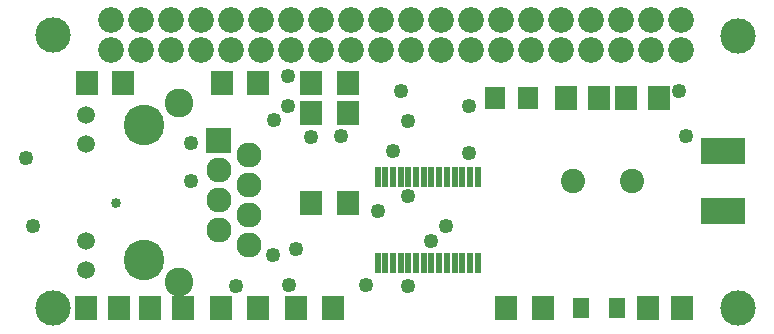
<source format=gts>
G04 MADE WITH FRITZING*
G04 WWW.FRITZING.ORG*
G04 DOUBLE SIDED*
G04 HOLES PLATED*
G04 CONTOUR ON CENTER OF CONTOUR VECTOR*
%ASAXBY*%
%FSLAX23Y23*%
%MOIN*%
%OFA0B0*%
%SFA1.0B1.0*%
%ADD10C,0.085361*%
%ADD11C,0.049370*%
%ADD12C,0.080925*%
%ADD13C,0.080866*%
%ADD14C,0.033622*%
%ADD15C,0.083768*%
%ADD16C,0.059844*%
%ADD17C,0.095731*%
%ADD18C,0.135590*%
%ADD19C,0.118268*%
%ADD20R,0.072992X0.084803*%
%ADD21R,0.072992X0.080866*%
%ADD22R,0.065118X0.072992*%
%ADD23R,0.150000X0.090000*%
%ADD24R,0.057244X0.065118*%
%ADD25R,0.023701X0.065000*%
%ADD26R,0.001000X0.001000*%
%LNMASK1*%
G90*
G70*
G54D10*
X334Y1030D03*
X434Y1030D03*
X534Y1030D03*
X634Y1030D03*
X734Y1030D03*
X834Y1030D03*
X934Y1030D03*
X1034Y1030D03*
X1134Y1030D03*
X1234Y1030D03*
X1334Y1030D03*
X1434Y1030D03*
X1534Y1030D03*
X1634Y1030D03*
X1734Y1030D03*
X1834Y1030D03*
X1934Y1030D03*
X2034Y1030D03*
X2134Y1030D03*
X2234Y1030D03*
X2234Y1130D03*
X2134Y1130D03*
X2034Y1130D03*
X1934Y1130D03*
X1834Y1130D03*
X1734Y1130D03*
X1634Y1130D03*
X1534Y1130D03*
X1434Y1130D03*
X1334Y1130D03*
X1234Y1130D03*
X1134Y1130D03*
X1034Y1130D03*
X934Y1130D03*
X834Y1130D03*
X734Y1130D03*
X634Y1130D03*
X534Y1130D03*
X434Y1130D03*
X334Y1130D03*
G54D11*
X753Y245D03*
X952Y369D03*
X51Y670D03*
X76Y445D03*
X1529Y688D03*
X1326Y545D03*
X1101Y745D03*
X2251Y745D03*
X1452Y445D03*
X1226Y495D03*
X1186Y247D03*
X876Y346D03*
X926Y845D03*
X877Y796D03*
X1001Y742D03*
X1326Y245D03*
X1401Y395D03*
G54D12*
X2070Y595D03*
G54D13*
X1876Y595D03*
G54D11*
X1527Y844D03*
X1326Y795D03*
X1301Y895D03*
X2227Y895D03*
G54D14*
X351Y520D03*
G54D11*
X601Y595D03*
X601Y720D03*
X1276Y695D03*
X926Y945D03*
X927Y246D03*
G54D15*
X694Y730D03*
X794Y680D03*
X694Y630D03*
X794Y580D03*
X694Y530D03*
X794Y481D03*
X694Y431D03*
X794Y381D03*
G54D16*
X251Y815D03*
X251Y717D03*
X251Y395D03*
X251Y297D03*
G54D17*
X562Y854D03*
X562Y258D03*
G54D18*
X444Y780D03*
X444Y331D03*
G54D19*
X141Y1080D03*
X142Y170D03*
X2426Y1079D03*
X2426Y170D03*
G54D20*
X1001Y520D03*
X1124Y520D03*
X1651Y170D03*
X1774Y170D03*
X1001Y920D03*
X1124Y920D03*
X1001Y820D03*
X1124Y820D03*
G54D21*
X2126Y170D03*
X2237Y170D03*
X2051Y870D03*
X2162Y870D03*
X1851Y870D03*
X1962Y870D03*
G54D22*
X1616Y870D03*
X1726Y870D03*
G54D23*
X2376Y495D03*
X2376Y695D03*
G54D24*
X1901Y170D03*
X2020Y170D03*
G54D25*
X1557Y321D03*
X1531Y321D03*
X1505Y321D03*
X1480Y321D03*
X1454Y321D03*
X1429Y321D03*
X1403Y321D03*
X1352Y321D03*
X1377Y321D03*
X1326Y321D03*
X1301Y321D03*
X1275Y321D03*
X1249Y321D03*
X1224Y321D03*
X1557Y609D03*
X1531Y609D03*
X1505Y609D03*
X1480Y609D03*
X1454Y609D03*
X1429Y609D03*
X1403Y609D03*
X1377Y609D03*
X1352Y609D03*
X1326Y609D03*
X1301Y609D03*
X1275Y609D03*
X1249Y609D03*
X1224Y609D03*
G54D20*
X701Y170D03*
X824Y170D03*
X951Y170D03*
X1074Y170D03*
G54D21*
X576Y170D03*
X466Y170D03*
X251Y170D03*
X362Y170D03*
G54D20*
X376Y920D03*
X254Y920D03*
X826Y920D03*
X704Y920D03*
G54D26*
X652Y772D02*
X735Y772D01*
X652Y771D02*
X735Y771D01*
X652Y770D02*
X735Y770D01*
X652Y769D02*
X735Y769D01*
X652Y768D02*
X735Y768D01*
X652Y767D02*
X735Y767D01*
X652Y766D02*
X735Y766D01*
X652Y765D02*
X735Y765D01*
X652Y764D02*
X735Y764D01*
X652Y763D02*
X735Y763D01*
X652Y762D02*
X735Y762D01*
X652Y761D02*
X735Y761D01*
X652Y760D02*
X735Y760D01*
X652Y759D02*
X735Y759D01*
X652Y758D02*
X735Y758D01*
X652Y757D02*
X735Y757D01*
X652Y756D02*
X735Y756D01*
X652Y755D02*
X735Y755D01*
X652Y754D02*
X735Y754D01*
X652Y753D02*
X735Y753D01*
X652Y752D02*
X735Y752D01*
X652Y751D02*
X735Y751D01*
X652Y750D02*
X735Y750D01*
X652Y749D02*
X735Y749D01*
X652Y748D02*
X735Y748D01*
X652Y747D02*
X735Y747D01*
X652Y746D02*
X735Y746D01*
X652Y745D02*
X689Y745D01*
X698Y745D02*
X735Y745D01*
X652Y744D02*
X687Y744D01*
X700Y744D02*
X735Y744D01*
X652Y743D02*
X685Y743D01*
X702Y743D02*
X735Y743D01*
X652Y742D02*
X684Y742D01*
X703Y742D02*
X735Y742D01*
X652Y741D02*
X682Y741D01*
X704Y741D02*
X735Y741D01*
X652Y740D02*
X682Y740D01*
X705Y740D02*
X735Y740D01*
X652Y739D02*
X681Y739D01*
X706Y739D02*
X735Y739D01*
X652Y738D02*
X680Y738D01*
X707Y738D02*
X735Y738D01*
X652Y737D02*
X680Y737D01*
X707Y737D02*
X735Y737D01*
X652Y736D02*
X679Y736D01*
X708Y736D02*
X735Y736D01*
X652Y735D02*
X679Y735D01*
X708Y735D02*
X735Y735D01*
X652Y734D02*
X679Y734D01*
X708Y734D02*
X735Y734D01*
X652Y733D02*
X679Y733D01*
X708Y733D02*
X735Y733D01*
X652Y732D02*
X678Y732D01*
X709Y732D02*
X735Y732D01*
X652Y731D02*
X678Y731D01*
X709Y731D02*
X735Y731D01*
X652Y730D02*
X678Y730D01*
X709Y730D02*
X735Y730D01*
X652Y729D02*
X678Y729D01*
X709Y729D02*
X735Y729D01*
X652Y728D02*
X679Y728D01*
X708Y728D02*
X735Y728D01*
X652Y727D02*
X679Y727D01*
X708Y727D02*
X735Y727D01*
X652Y726D02*
X679Y726D01*
X708Y726D02*
X735Y726D01*
X652Y725D02*
X679Y725D01*
X708Y725D02*
X735Y725D01*
X652Y724D02*
X680Y724D01*
X707Y724D02*
X735Y724D01*
X652Y723D02*
X681Y723D01*
X706Y723D02*
X735Y723D01*
X652Y722D02*
X681Y722D01*
X706Y722D02*
X735Y722D01*
X652Y721D02*
X682Y721D01*
X705Y721D02*
X735Y721D01*
X652Y720D02*
X683Y720D01*
X704Y720D02*
X735Y720D01*
X652Y719D02*
X684Y719D01*
X703Y719D02*
X735Y719D01*
X652Y718D02*
X686Y718D01*
X701Y718D02*
X735Y718D01*
X652Y717D02*
X688Y717D01*
X699Y717D02*
X735Y717D01*
X652Y716D02*
X735Y716D01*
X652Y715D02*
X735Y715D01*
X652Y714D02*
X735Y714D01*
X652Y713D02*
X735Y713D01*
X652Y712D02*
X735Y712D01*
X652Y711D02*
X735Y711D01*
X652Y710D02*
X735Y710D01*
X652Y709D02*
X735Y709D01*
X652Y708D02*
X735Y708D01*
X652Y707D02*
X735Y707D01*
X652Y706D02*
X735Y706D01*
X652Y705D02*
X735Y705D01*
X652Y704D02*
X735Y704D01*
X652Y703D02*
X735Y703D01*
X652Y702D02*
X735Y702D01*
X652Y701D02*
X735Y701D01*
X652Y700D02*
X735Y700D01*
X652Y699D02*
X735Y699D01*
X652Y698D02*
X735Y698D01*
X652Y697D02*
X735Y697D01*
X652Y696D02*
X735Y696D01*
X652Y695D02*
X735Y695D01*
X652Y694D02*
X735Y694D01*
X652Y693D02*
X735Y693D01*
X652Y692D02*
X735Y692D01*
X652Y691D02*
X735Y691D01*
X652Y690D02*
X735Y690D01*
X652Y689D02*
X735Y689D01*
D02*
G04 End of Mask1*
M02*
</source>
